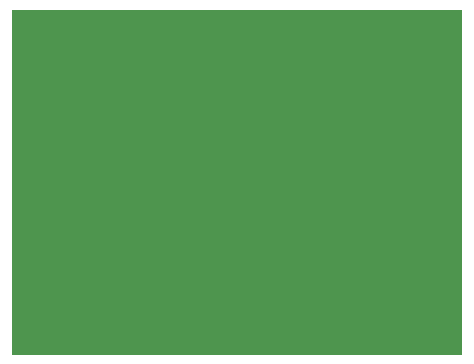
<source format=gbr>
G04 DipTrace 2.4.0.2*
%INBoard.gbr*%
%MOIN*%
%ADD11C,0.0055*%
%FSLAX44Y44*%
G04*
G70*
G90*
G75*
G01*
%LNBoardPoly*%
%LPD*%
G36*
X3937Y15437D2*
D11*
X18937D1*
Y3937D1*
X3937D1*
Y15437D1*
G37*
M02*

</source>
